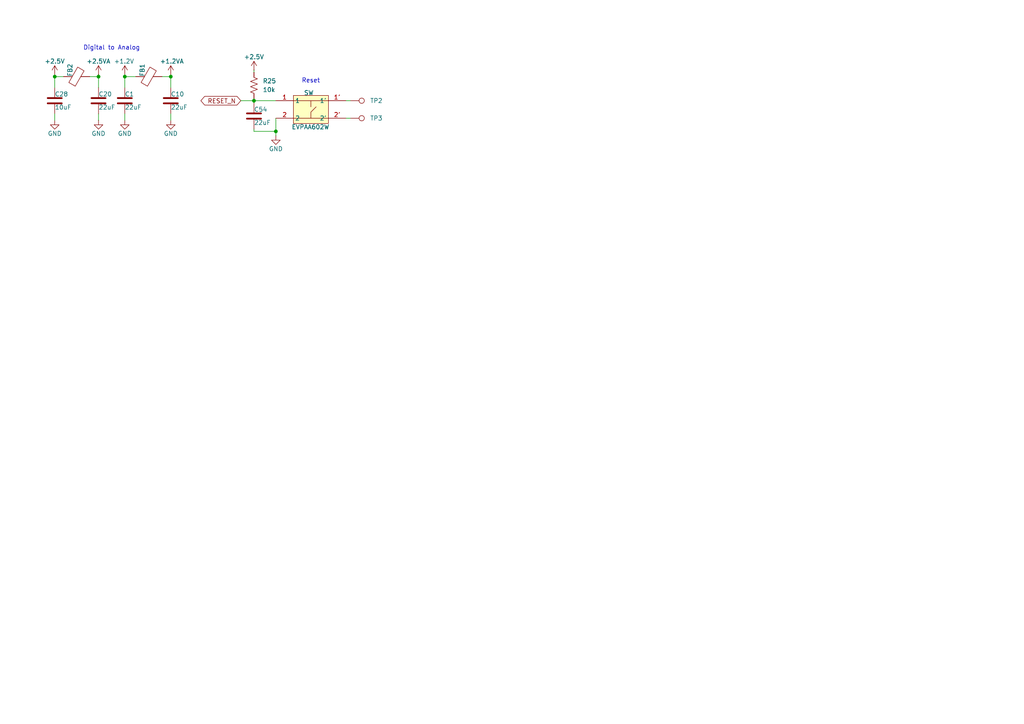
<source format=kicad_sch>
(kicad_sch (version 20250114) (generator "eeschema") (generator_version "9.0")
  (paper "A4")
  (lib_symbols
    (symbol "Connector:TestPoint" (pin_numbers (hide yes)) (pin_names (offset 0.762) (hide yes))
      (property "Reference" "TP" (at 0 6.858 0))
      (property "Value" "TestPoint" (at 0 5.08 0))
      (symbol "TestPoint_0_1"
        (circle (center 0 3.302) (radius 0.762))
      )
      (symbol "TestPoint_1_1"
        (pin passive line (at 0 0 90) (length 2.54) (name "1") (number "1"))
      )
    )
    (symbol "Device:C" (pin_numbers (hide yes)) (pin_names (offset 0.254))
      (property "Reference" "C" (at 0.635 2.54 0))
      (property "Value" "C" (at 0.635 -2.54 0))
      (symbol "C_0_1"
        (polyline (pts (xy -2.032 0.762) (xy 2.032 0.762)) (stroke (width 0.508)))
        (polyline (pts (xy -2.032 -0.762) (xy 2.032 -0.762)) (stroke (width 0.508)))
      )
      (symbol "C_1_1"
        (pin passive line (at 0 3.81 270) (length 2.794) (name "~") (number "1"))
        (pin passive line (at 0 -3.81 90) (length 2.794) (name "~") (number "2"))
      )
    )
    (symbol "Device:FerriteBead" (pin_numbers (hide yes)) (pin_names (offset 0))
      (property "Reference" "FB" (at -3.81 0.635 90))
      (property "Value" "FerriteBead" (at 3.81 0 90))
      (symbol "FerriteBead_0_1"
        (polyline (pts (xy -2.7686 0.4064) (xy -1.7018 2.2606) (xy 2.7686 -0.3048) (xy 1.6764 -2.159) (xy -2.7686 0.4064)))
        (polyline (pts (xy 0 1.27) (xy 0 1.2954)))
        (polyline (pts (xy 0 -1.27) (xy 0 -1.2192)))
      )
      (symbol "FerriteBead_1_1"
        (pin passive line (at 0 3.81 270) (length 2.54) (name "~") (number "1"))
        (pin passive line (at 0 -3.81 90) (length 2.54) (name "~") (number "2"))
      )
    )
    (symbol "Device:R_US" (pin_numbers (hide yes)) (pin_names (offset 0))
      (property "Reference" "R" (at 2.54 0 90))
      (property "Value" "R_US" (at -2.54 0 90))
      (symbol "R_US_0_1"
        (polyline (pts (xy 0 2.286) (xy 0 2.54)))
        (polyline (pts (xy 0 2.286) (xy 1.016 1.905) (xy 0 1.524) (xy -1.016 1.143) (xy 0 0.762)))
        (polyline (pts (xy 0 0.762) (xy 1.016 0.381) (xy 0 0) (xy -1.016 -0.381) (xy 0 -0.762)))
        (polyline (pts (xy 0 -0.762) (xy 1.016 -1.143) (xy 0 -1.524) (xy -1.016 -1.905) (xy 0 -2.286)))
        (polyline (pts (xy 0 -2.286) (xy 0 -2.54)))
      )
      (symbol "R_US_1_1"
        (pin passive line (at 0 3.81 270) (length 1.27) (name "~") (number "1"))
        (pin passive line (at 0 -3.81 90) (length 1.27) (name "~") (number "2"))
      )
    )
    (symbol "easyeda2kicad:EVPAA602W"
      (property "Reference" "SW" (at 0 7.62 0))
      (property "Value" "EVPAA602W" (at 0 -7.62 0))
      (symbol "EVPAA602W_0_1"
        (rectangle (start -5.08 4.06) (end 5.08 -4.06) (fill (type background)))
        (polyline (pts (xy -5.08 2.54) (xy 5.08 2.54)))
        (polyline (pts (xy -5.08 -2.54) (xy 5.08 -2.54)))
        (polyline (pts (xy 0 2.54) (xy 0 1.02) (xy 0 0.76)))
        (polyline (pts (xy 0 -2.54) (xy 0 -0.76) (xy 1.52 0.76)))
        (pin unspecified line (at -10.16 2.54 0) (length 5.08) (name "1") (number "1"))
        (pin unspecified line (at -10.16 -2.54 0) (length 5.08) (name "2") (number "2"))
        (pin unspecified line (at 10.16 2.54 180) (length 5.08) (name "1'") (number "1'"))
        (pin unspecified line (at 10.16 -2.54 180) (length 5.08) (name "2'") (number "2'"))
      )
    )
    (symbol "power:+1V2" (power) (pin_numbers (hide yes)) (pin_names (offset 0) (hide yes))
      (property "Value" "+1V2" (at 0 3.556 0))
      (symbol "+1V2_0_1"
        (polyline (pts (xy -0.762 1.27) (xy 0 2.54)))
        (polyline (pts (xy 0 2.54) (xy 0.762 1.27)))
        (polyline (pts (xy 0 0) (xy 0 2.54)))
      )
      (symbol "+1V2_1_1"
        (pin power_in line (at 0 0 90) (length 0) (name "~") (number "1"))
      )
    )
    (symbol "power:+2V5" (power) (pin_numbers (hide yes)) (pin_names (offset 0) (hide yes))
      (property "Value" "+2V5" (at 0 3.556 0))
      (symbol "+2V5_0_1"
        (polyline (pts (xy -0.762 1.27) (xy 0 2.54)))
        (polyline (pts (xy 0 2.54) (xy 0.762 1.27)))
        (polyline (pts (xy 0 0) (xy 0 2.54)))
      )
      (symbol "+2V5_1_1"
        (pin power_in line (at 0 0 90) (length 0) (name "~") (number "1"))
      )
    )
    (symbol "power:GND" (power) (pin_numbers (hide yes)) (pin_names (offset 0) (hide yes))
      (property "Value" "GND" (at 0 -3.81 0))
      (symbol "GND_0_1"
        (polyline (pts (xy 0 0) (xy 0 -1.27) (xy 1.27 -1.27) (xy 0 -2.54) (xy -1.27 -1.27) (xy 0 -1.27)))
      )
      (symbol "GND_1_1"
        (pin power_in line (at 0 0 270) (length 0) (name "~") (number "1"))
      )
    )
  )
  (text "Digital to Analog\n" (at 32.385 13.97 0) (effects (font (size 1.27 1.27))))
  (text "Reset\n" (at 90.17 23.495 0) (effects (font (size 1.27 1.27))))
  (junction (at 49.53 22.225))
  (junction (at 73.66 29.21))
  (junction (at 28.575 22.225))
  (junction (at 15.875 22.225))
  (junction (at 36.195 22.225))
  (junction (at 80.01 38.1))
  (wire (pts (xy 49.53 33.02) (xy 49.53 34.925)))
  (wire (pts (xy 46.99 22.225) (xy 49.53 22.225)))
  (wire (pts (xy 101.6 34.29) (xy 100.33 34.29)))
  (wire (pts (xy 15.875 21.59) (xy 15.875 22.225)))
  (wire (pts (xy 28.575 21.59) (xy 28.575 22.225)))
  (wire (pts (xy 15.875 33.02) (xy 15.875 34.925)))
  (wire (pts (xy 49.53 22.225) (xy 49.53 25.4)))
  (wire (pts (xy 15.875 25.4) (xy 15.875 22.225)))
  (wire (pts (xy 36.195 33.02) (xy 36.195 34.925)))
  (wire (pts (xy 15.875 22.225) (xy 18.415 22.225)))
  (wire (pts (xy 80.01 38.1) (xy 73.66 38.1)))
  (wire (pts (xy 36.195 21.59) (xy 36.195 22.225)))
  (wire (pts (xy 36.195 22.225) (xy 39.37 22.225)))
  (wire (pts (xy 101.6 29.21) (xy 100.33 29.21)))
  (wire (pts (xy 49.53 21.59) (xy 49.53 22.225)))
  (wire (pts (xy 73.66 29.21) (xy 73.66 29.845)))
  (wire (pts (xy 73.66 28.575) (xy 73.66 29.21)))
  (wire (pts (xy 80.01 38.1) (xy 80.01 39.37)))
  (wire (pts (xy 73.66 37.465) (xy 73.66 38.1)))
  (wire (pts (xy 28.575 22.225) (xy 28.575 25.4)))
  (wire (pts (xy 73.66 29.21) (xy 80.01 29.21)))
  (wire (pts (xy 26.035 22.225) (xy 28.575 22.225)))
  (wire (pts (xy 36.195 22.225) (xy 36.195 25.4)))
  (wire (pts (xy 28.575 33.02) (xy 28.575 34.925)))
  (wire (pts (xy 73.66 20.32) (xy 73.66 20.955)))
  (wire (pts (xy 69.85 29.21) (xy 73.66 29.21)))
  (wire (pts (xy 80.01 34.29) (xy 80.01 38.1)))
  (global_label "RESET_N" (shape bidirectional) (at 69.85 29.21 180) (property "Intersheetrefs" "${INTERSHEET_REFS}" (effects (hide yes))))
  (symbol (lib_id "Device:C") (at 36.195 29.21 0) (unit 1)
    (property "Reference" "C1" (at 36.195 27.305 0) (effects (justify left)))
    (property "Value" "22uF" (at 36.195 31.115 0) (effects (justify left)))
    (property "Footprint" "Capacitor_SMD:C_0603_1608Metric" (effects (hide yes)))
    (property "Description" "Unpolarized capacitor" (effects (hide yes)))
  )
  (symbol (lib_id "Connector:TestPoint") (at 101.6 34.29 270) (unit 1)
    (property "Reference" "TP3" (at 107.315 34.2899 90) (effects (justify left)))
    (property "Value" "TestPoint" (effects (hide yes)))
    (property "Footprint" "TestPoint:TestPoint_Pad_D2.0mm" (effects (hide yes)))
    (property "Description" "test point" (effects (hide yes)))
  )
  (symbol (lib_id "Device:FerriteBead") (at 22.225 22.225 90) (unit 1)
    (property "Reference" "FB2" (at 20.32 22.225 0) (effects (justify left)))
    (property "Value" "FerriteBead" (effects (hide yes)))
    (property "Footprint" "Inductor_SMD:L_0603_1608Metric" (effects (hide yes)))
    (property "Description" "Ferrite bead: 80Ω to 220Ω @ 100MHz, R_DC≤ 50mΩ, 500mA" (effects (hide yes)))
  )
  (symbol (lib_id "Device:C") (at 49.53 29.21 0) (unit 1)
    (property "Reference" "C10" (at 49.53 27.305 0) (effects (justify left)))
    (property "Value" "22uF" (at 49.53 31.115 0) (effects (justify left)))
    (property "Footprint" "Capacitor_SMD:C_0603_1608Metric" (effects (hide yes)))
    (property "Description" "Unpolarized capacitor" (effects (hide yes)))
  )
  (symbol (lib_id "power:GND") (at 49.53 34.925 0) (unit 1)
    (property "Reference" "#PWR070" (effects (hide yes)))
    (property "Value" "GND" (at 49.53 38.735 0))
    (property "Description" "Power symbol creates a global label with name \"GND\" , ground" (effects (hide yes)))
  )
  (symbol (lib_id "Connector:TestPoint") (at 101.6 29.21 270) (unit 1)
    (property "Reference" "TP2" (at 107.315 29.2099 90) (effects (justify left)))
    (property "Value" "TestPoint" (effects (hide yes)))
    (property "Footprint" "TestPoint:TestPoint_Pad_D2.0mm" (effects (hide yes)))
    (property "Description" "test point" (effects (hide yes)))
  )
  (symbol (lib_id "power:GND") (at 36.195 34.925 0) (unit 1)
    (property "Reference" "#PWR071" (effects (hide yes)))
    (property "Value" "GND" (at 36.195 38.735 0))
    (property "Description" "Power symbol creates a global label with name \"GND\" , ground" (effects (hide yes)))
  )
  (symbol (lib_id "power:GND") (at 80.01 39.37 0) (unit 1)
    (property "Reference" "#PWR083" (effects (hide yes)))
    (property "Value" "GND" (at 80.01 43.18 0))
    (property "Description" "Power symbol creates a global label with name \"GND\" , ground" (effects (hide yes)))
  )
  (symbol (lib_id "Device:C") (at 28.575 29.21 0) (unit 1)
    (property "Reference" "C20" (at 28.575 27.305 0) (effects (justify left)))
    (property "Value" "22uF" (at 28.575 31.115 0) (effects (justify left)))
    (property "Footprint" "Capacitor_SMD:C_0603_1608Metric" (effects (hide yes)))
    (property "Description" "Unpolarized capacitor" (effects (hide yes)))
  )
  (symbol (lib_id "power:GND") (at 28.575 34.925 0) (unit 1)
    (property "Reference" "#PWR08" (effects (hide yes)))
    (property "Value" "GND" (at 28.575 38.735 0))
    (property "Description" "Power symbol creates a global label with name \"GND\" , ground" (effects (hide yes)))
  )
  (symbol (lib_id "power:+2V5") (at 28.575 21.59 0) (unit 1)
    (property "Reference" "#PWR072" (effects (hide yes)))
    (property "Value" "+2.5VA" (at 28.575 17.78 0))
    (property "Description" "Power symbol creates a global label with name \"+2V5A\"" (effects (hide yes)))
  )
  (symbol (lib_id "Device:C") (at 73.66 33.655 0) (unit 1)
    (property "Reference" "C54" (at 73.66 31.75 0) (effects (justify left)))
    (property "Value" "22uF" (at 73.66 35.56 0) (effects (justify left)))
    (property "Footprint" "Capacitor_SMD:C_0603_1608Metric" (effects (hide yes)))
    (property "Description" "Unpolarized capacitor" (effects (hide yes)))
  )
  (symbol (lib_id "power:+2V5") (at 15.875 21.59 0) (unit 1)
    (property "Reference" "#PWR02" (effects (hide yes)))
    (property "Value" "+2.5V" (at 15.875 17.78 0))
    (property "Description" "Power symbol creates a global label with name \"+2V5\"" (effects (hide yes)))
  )
  (symbol (lib_id "power:+1V2") (at 49.53 21.59 0) (unit 1)
    (property "Reference" "#PWR074" (effects (hide yes)))
    (property "Value" "+1.2VA" (at 46.355 17.78 0) (effects (justify left)))
    (property "Description" "Power symbol creates a global label with name \"+1V2A\"" (effects (hide yes)))
  )
  (symbol (lib_id "power:GND") (at 15.875 34.925 0) (unit 1)
    (property "Reference" "#PWR09" (effects (hide yes)))
    (property "Value" "GND" (at 15.875 38.735 0))
    (property "Description" "Power symbol creates a global label with name \"GND\" , ground" (effects (hide yes)))
  )
  (symbol (lib_id "Device:FerriteBead") (at 43.18 22.225 90) (unit 1)
    (property "Reference" "FB1" (at 41.275 22.225 0) (effects (justify left)))
    (property "Value" "FerriteBead" (effects (hide yes)))
    (property "Footprint" "Inductor_SMD:L_0603_1608Metric" (effects (hide yes)))
    (property "Description" "Ferrite bead: 80Ω to 220Ω @ 100MHz, R_DC≤ 50mΩ, 500mA" (effects (hide yes)))
  )
  (symbol (lib_id "power:+2V5") (at 73.66 20.32 0) (unit 1)
    (property "Reference" "#PWR082" (effects (hide yes)))
    (property "Value" "+2.5V" (at 73.66 16.51 0))
    (property "Description" "Power symbol creates a global label with name \"+2V5\"" (effects (hide yes)))
  )
  (symbol (lib_id "Device:C") (at 15.875 29.21 0) (unit 1)
    (property "Reference" "C28" (at 15.875 27.305 0) (effects (justify left)))
    (property "Value" "10uF" (at 15.875 31.115 0) (effects (justify left)))
    (property "Footprint" "Capacitor_SMD:C_0603_1608Metric" (effects (hide yes)))
    (property "Description" "Unpolarized capacitor" (effects (hide yes)))
  )
  (symbol (lib_id "Device:R_US") (at 73.66 24.765 180) (unit 1)
    (property "Reference" "R25" (at 76.2 23.4949 0) (effects (justify right)))
    (property "Value" "10k" (at 76.2 26.0349 0) (effects (justify right)))
    (property "Description" "Resistor, US symbol" (effects (hide yes)))
  )
  (symbol (lib_id "easyeda2kicad:EVPAA602W") (at 90.17 31.75 0) (unit 1)
    (property "Reference" "SW" (at 88.138 26.924 0) (effects (justify left)))
    (property "Value" "EVPAA602W" (at 84.582 36.83 0) (effects (justify left)))
    (property "Footprint" "SCALES:KEY-TH_4P-L3.5-W4.9-P2.80-LS4.3" (effects (hide yes)))
    (property "Datasheet" "https://lcsc.com/product-detail/Tactile-Switches_PANASONIC_EVPAA602W_Switch-3-5-2-9-1-7Plastic-head-3-5N-0-15mm-SMD_C79148.html" (effects (hide yes)))
    (property "LCSC Part" "C79148" (effects (hide yes)))
  )
  (symbol (lib_id "power:+1V2") (at 36.195 21.59 0) (unit 1)
    (property "Reference" "#PWR04" (effects (hide yes)))
    (property "Value" "+1.2V" (at 33.02 17.78 0) (effects (justify left)))
    (property "Description" "Power symbol creates a global label with name \"+1V2\"" (effects (hide yes)))
  )
)
</source>
